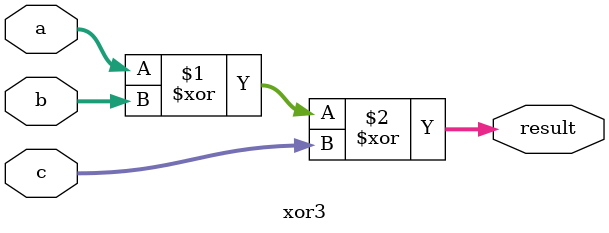
<source format=sv>
module expr_tree #(parameter DW=8) (
    input  [DW-1:0] a,
    input  [DW-1:0] b,
    input  [DW-1:0] c,
    input  [1:0]    op,
    output reg [DW-1:0] out
);

    // Internal wires for submodule outputs
    wire [DW-1:0] sum_mul_result;
    wire [DW-1:0] sub_shift_result;
    wire [DW-1:0] cmp_mux_result;
    wire [DW-1:0] xor_result;

    // Submodule: Performs a + (b * c)
    sum_mul #(.DW(DW)) u_sum_mul (
        .a(a),
        .b(b),
        .c(c),
        .result(sum_mul_result)
    );

    // Submodule: Performs (a - b) << c
    sub_shift #(.DW(DW)) u_sub_shift (
        .a(a),
        .b(b),
        .c(c),
        .result(sub_shift_result)
    );

    // Submodule: Conditional select (a > b ? c : a)
    cmp_mux #(.DW(DW)) u_cmp_mux (
        .a(a),
        .b(b),
        .c(c),
        .result(cmp_mux_result)
    );

    // Submodule: a ^ b ^ c
    xor3 #(.DW(DW)) u_xor3 (
        .a(a),
        .b(b),
        .c(c),
        .result(xor_result)
    );

    // Output selection logic
    always @* begin
        case(op)
            2'b00: out = sum_mul_result;
            2'b01: out = sub_shift_result;
            2'b10: out = cmp_mux_result;
            default: out = xor_result;
        endcase
    end

endmodule

// Submodule: Adds a to the product of b and c
module sum_mul #(parameter DW=8) (
    input  [DW-1:0] a,
    input  [DW-1:0] b,
    input  [DW-1:0] c,
    output [DW-1:0] result
);
    assign result = a + (b * c);
endmodule

// Submodule: Computes (a - b) shifted left by c
module sub_shift #(parameter DW=8) (
    input  [DW-1:0] a,
    input  [DW-1:0] b,
    input  [DW-1:0] c,
    output [DW-1:0] result
);
    assign result = (a - b) << c;
endmodule

// Submodule: If a > b, output c; else output a
module cmp_mux #(parameter DW=8) (
    input  [DW-1:0] a,
    input  [DW-1:0] b,
    input  [DW-1:0] c,
    output [DW-1:0] result
);
    reg [DW-1:0] result_reg;
    always @* begin
        if (a > b)
            result_reg = c;
        else
            result_reg = a;
    end
    assign result = result_reg;
endmodule

// Submodule: Computes bitwise XOR of a, b, and c
module xor3 #(parameter DW=8) (
    input  [DW-1:0] a,
    input  [DW-1:0] b,
    input  [DW-1:0] c,
    output [DW-1:0] result
);
    assign result = a ^ b ^ c;
endmodule
</source>
